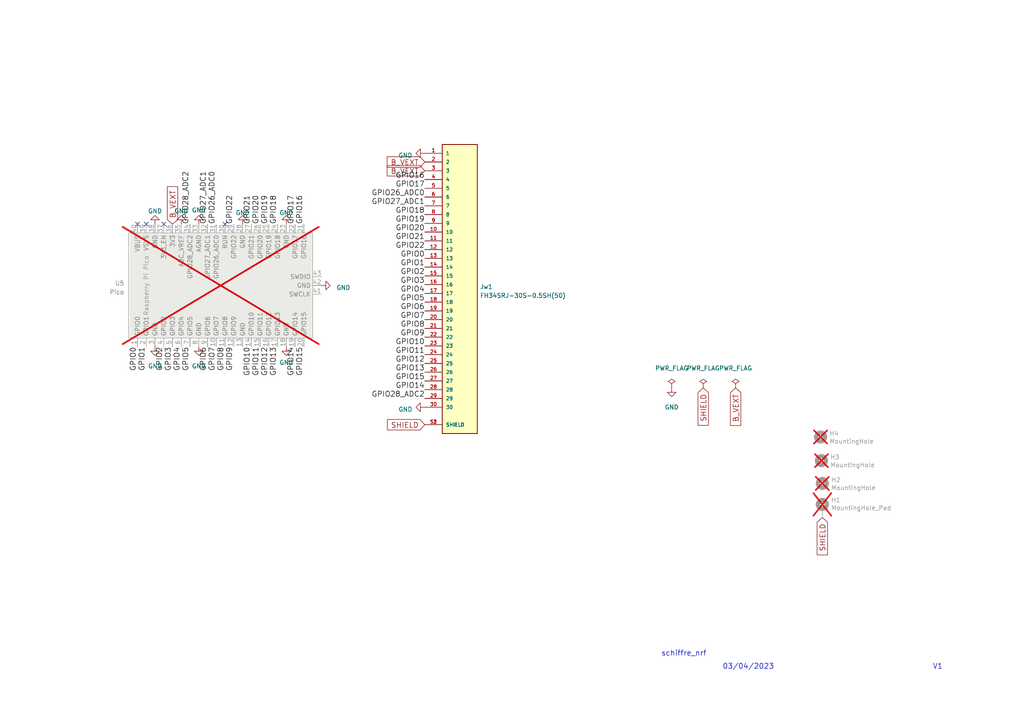
<source format=kicad_sch>
(kicad_sch (version 20230121) (generator eeschema)
  (paper "A4")
  (lib_symbols
    (symbol "FH34SRJ-30S-05:FH34SRJ-30S-0.5SH(50)" (pin_names (offset 1.016))
      (property "Reference" "J" (at -5.08 41.91 0))
      (property "Value" "FH34SRJ-30S-0.5SH(50)" (at -5.08 -45.72 0))
      (symbol "FH34SRJ-30S-0.5SH(50)_0_0"
        (rectangle (start -5.08 -43.18) (end 5.08 40.64) (stroke (width 0.254)) (fill (type background)))
        (pin passive line (at -10.16 38.1 0) (length 5.08) (name "1") (number "1"))
        (pin passive line (at -10.16 15.24 0) (length 5.08) (name "10") (number "10"))
        (pin passive line (at -10.16 12.7 0) (length 5.08) (name "11") (number "11"))
        (pin passive line (at -10.16 10.16 0) (length 5.08) (name "12") (number "12"))
        (pin passive line (at -10.16 7.62 0) (length 5.08) (name "13") (number "13"))
        (pin passive line (at -10.16 5.08 0) (length 5.08) (name "14") (number "14"))
        (pin passive line (at -10.16 2.54 0) (length 5.08) (name "15") (number "15"))
        (pin passive line (at -10.16 0 0) (length 5.08) (name "16") (number "16"))
        (pin passive line (at -10.16 -2.54 0) (length 5.08) (name "17") (number "17"))
        (pin passive line (at -10.16 -5.08 0) (length 5.08) (name "18") (number "18"))
        (pin passive line (at -10.16 -7.62 0) (length 5.08) (name "19") (number "19"))
        (pin passive line (at -10.16 35.56 0) (length 5.08) (name "2") (number "2"))
        (pin passive line (at -10.16 -10.16 0) (length 5.08) (name "20") (number "20"))
        (pin passive line (at -10.16 -12.7 0) (length 5.08) (name "21") (number "21"))
        (pin passive line (at -10.16 -15.24 0) (length 5.08) (name "22") (number "22"))
        (pin passive line (at -10.16 -17.78 0) (length 5.08) (name "23") (number "23"))
        (pin passive line (at -10.16 -20.32 0) (length 5.08) (name "24") (number "24"))
        (pin passive line (at -10.16 -22.86 0) (length 5.08) (name "25") (number "25"))
        (pin passive line (at -10.16 -25.4 0) (length 5.08) (name "26") (number "26"))
        (pin passive line (at -10.16 -27.94 0) (length 5.08) (name "27") (number "27"))
        (pin passive line (at -10.16 -30.48 0) (length 5.08) (name "28") (number "28"))
        (pin passive line (at -10.16 -33.02 0) (length 5.08) (name "29") (number "29"))
        (pin passive line (at -10.16 33.02 0) (length 5.08) (name "3") (number "3"))
        (pin passive line (at -10.16 -35.56 0) (length 5.08) (name "30") (number "30"))
        (pin passive line (at -10.16 30.48 0) (length 5.08) (name "4") (number "4"))
        (pin passive line (at -10.16 27.94 0) (length 5.08) (name "5") (number "5"))
        (pin passive line (at -10.16 25.4 0) (length 5.08) (name "6") (number "6"))
        (pin passive line (at -10.16 22.86 0) (length 5.08) (name "7") (number "7"))
        (pin passive line (at -10.16 20.32 0) (length 5.08) (name "8") (number "8"))
        (pin passive line (at -10.16 17.78 0) (length 5.08) (name "9") (number "9"))
        (pin passive line (at -10.16 -40.64 0) (length 5.08) (name "SHIELD") (number "S1"))
        (pin passive line (at -10.16 -40.64 0) (length 5.08) (name "SHIELD") (number "S2"))
      )
    )
    (symbol "MCU_RaspberryPi_and_Boards:Pico"
      (property "Reference" "U" (at -13.97 27.94 0))
      (property "Value" "Pico" (at 0 19.05 0))
      (symbol "Pico_0_0"
        (text "Raspberry Pi Pico" (at 0 21.59 0) (effects (font (size 1.27 1.27))))
      )
      (symbol "Pico_0_1"
        (rectangle (start -15.24 26.67) (end 15.24 -26.67) (fill (type background)))
      )
      (symbol "Pico_1_1"
        (pin bidirectional line (at -17.78 24.13 0) (length 2.54) (name "GPIO0") (number "1"))
        (pin bidirectional line (at -17.78 1.27 0) (length 2.54) (name "GPIO7") (number "10"))
        (pin bidirectional line (at -17.78 -1.27 0) (length 2.54) (name "GPIO8") (number "11"))
        (pin bidirectional line (at -17.78 -3.81 0) (length 2.54) (name "GPIO9") (number "12"))
        (pin power_in line (at -17.78 -6.35 0) (length 2.54) (name "GND") (number "13"))
        (pin bidirectional line (at -17.78 -8.89 0) (length 2.54) (name "GPIO10") (number "14"))
        (pin bidirectional line (at -17.78 -11.43 0) (length 2.54) (name "GPIO11") (number "15"))
        (pin bidirectional line (at -17.78 -13.97 0) (length 2.54) (name "GPIO12") (number "16"))
        (pin bidirectional line (at -17.78 -16.51 0) (length 2.54) (name "GPIO13") (number "17"))
        (pin power_in line (at -17.78 -19.05 0) (length 2.54) (name "GND") (number "18"))
        (pin bidirectional line (at -17.78 -21.59 0) (length 2.54) (name "GPIO14") (number "19"))
        (pin bidirectional line (at -17.78 21.59 0) (length 2.54) (name "GPIO1") (number "2"))
        (pin bidirectional line (at -17.78 -24.13 0) (length 2.54) (name "GPIO15") (number "20"))
        (pin bidirectional line (at 17.78 -24.13 180) (length 2.54) (name "GPIO16") (number "21"))
        (pin bidirectional line (at 17.78 -21.59 180) (length 2.54) (name "GPIO17") (number "22"))
        (pin power_in line (at 17.78 -19.05 180) (length 2.54) (name "GND") (number "23"))
        (pin bidirectional line (at 17.78 -16.51 180) (length 2.54) (name "GPIO18") (number "24"))
        (pin bidirectional line (at 17.78 -13.97 180) (length 2.54) (name "GPIO19") (number "25"))
        (pin bidirectional line (at 17.78 -11.43 180) (length 2.54) (name "GPIO20") (number "26"))
        (pin bidirectional line (at 17.78 -8.89 180) (length 2.54) (name "GPIO21") (number "27"))
        (pin power_in line (at 17.78 -6.35 180) (length 2.54) (name "GND") (number "28"))
        (pin bidirectional line (at 17.78 -3.81 180) (length 2.54) (name "GPIO22") (number "29"))
        (pin power_in line (at -17.78 19.05 0) (length 2.54) (name "GND") (number "3"))
        (pin input line (at 17.78 -1.27 180) (length 2.54) (name "RUN") (number "30"))
        (pin bidirectional line (at 17.78 1.27 180) (length 2.54) (name "GPIO26_ADC0") (number "31"))
        (pin bidirectional line (at 17.78 3.81 180) (length 2.54) (name "GPIO27_ADC1") (number "32"))
        (pin power_in line (at 17.78 6.35 180) (length 2.54) (name "AGND") (number "33"))
        (pin bidirectional line (at 17.78 8.89 180) (length 2.54) (name "GPIO28_ADC2") (number "34"))
        (pin power_in line (at 17.78 11.43 180) (length 2.54) (name "ADC_VREF") (number "35"))
        (pin power_in line (at 17.78 13.97 180) (length 2.54) (name "3V3") (number "36"))
        (pin input line (at 17.78 16.51 180) (length 2.54) (name "3V3_EN") (number "37"))
        (pin bidirectional line (at 17.78 19.05 180) (length 2.54) (name "GND") (number "38"))
        (pin power_in line (at 17.78 21.59 180) (length 2.54) (name "VSYS") (number "39"))
        (pin bidirectional line (at -17.78 16.51 0) (length 2.54) (name "GPIO2") (number "4"))
        (pin power_in line (at 17.78 24.13 180) (length 2.54) (name "VBUS") (number "40"))
        (pin input line (at -2.54 -29.21 90) (length 2.54) (name "SWCLK") (number "41"))
        (pin power_in line (at 0 -29.21 90) (length 2.54) (name "GND") (number "42"))
        (pin bidirectional line (at 2.54 -29.21 90) (length 2.54) (name "SWDIO") (number "43"))
        (pin bidirectional line (at -17.78 13.97 0) (length 2.54) (name "GPIO3") (number "5"))
        (pin bidirectional line (at -17.78 11.43 0) (length 2.54) (name "GPIO4") (number "6"))
        (pin bidirectional line (at -17.78 8.89 0) (length 2.54) (name "GPIO5") (number "7"))
        (pin power_in line (at -17.78 6.35 0) (length 2.54) (name "GND") (number "8"))
        (pin bidirectional line (at -17.78 3.81 0) (length 2.54) (name "GPIO6") (number "9"))
      )
    )
    (symbol "Mechanical:MountingHole" (pin_names (offset 1.016))
      (property "Reference" "H" (at 0 5.08 0))
      (property "Value" "MountingHole" (at 0 3.175 0))
      (symbol "MountingHole_0_1"
        (circle (center 0 0) (radius 1.27) (stroke (width 1.27)))
      )
    )
    (symbol "Mechanical:MountingHole_Pad" (pin_numbers hide) (pin_names (offset 1.016) hide)
      (property "Reference" "H" (at 0 6.35 0))
      (property "Value" "MountingHole_Pad" (at 0 4.445 0))
      (symbol "MountingHole_Pad_0_1"
        (circle (center 0 1.27) (radius 1.27) (stroke (width 1.27)))
      )
      (symbol "MountingHole_Pad_1_1"
        (pin input line (at 0 -2.54 90) (length 2.54) (name "1") (number "1"))
      )
    )
    (symbol "power:GND" (power) (pin_names (offset 0))
      (property "Value" "GND" (at 0 -3.81 0))
      (symbol "GND_0_1"
        (polyline (pts (xy 0 0) (xy 0 -1.27) (xy 1.27 -1.27) (xy 0 -2.54) (xy -1.27 -1.27) (xy 0 -1.27)))
      )
      (symbol "GND_1_1"
        (pin power_in line (at 0 0 270) (length 0) hide (name "GND") (number "1"))
      )
    )
    (symbol "power:PWR_FLAG" (power) (pin_numbers hide) (pin_names (offset 0) hide)
      (property "Value" "PWR_FLAG" (at 0 3.81 0))
      (symbol "PWR_FLAG_0_0"
        (pin power_out line (at 0 0 90) (length 0) (name "pwr") (number "1"))
      )
      (symbol "PWR_FLAG_0_1"
        (polyline (pts (xy 0 0) (xy 0 1.27) (xy -1.016 1.905) (xy 0 2.54) (xy 1.016 1.905) (xy 0 1.27)))
      )
    )
  )
  (no_connect (at 42.418 65.024))
  (no_connect (at 65.278 65.024))
  (no_connect (at 47.498 65.024))
  (no_connect (at 39.878 65.024))
  (text "03/04/2023" (at 209.55 194.31 0) (effects (font (size 1.524 1.524)) (justify left bottom)))
  (text "V1" (at 270.51 194.31 0) (effects (font (size 1.524 1.524)) (justify left bottom)))
  (text "schiffre_nrf" (at 191.77 190.5 0) (effects (font (size 1.524 1.524)) (justify left bottom)))
  (label "GPIO27_ADC1" (at 60.198 65.024 90) (effects (font (size 1.524 1.524))))
  (label "GPIO17" (at 85.598 65.024 90) (effects (font (size 1.524 1.524))))
  (label "GPIO18" (at 80.518 65.024 90) (effects (font (size 1.524 1.524))))
  (label "GPIO13" (at 80.518 100.584 270) (effects (font (size 1.524 1.524))))
  (label "GPIO21" (at 123.19 69.85 180) (effects (font (size 1.524 1.524))))
  (label "GPIO22" (at 67.818 65.024 90) (effects (font (size 1.524 1.524))))
  (label "GPIO12" (at 123.19 105.41 180) (effects (font (size 1.524 1.524))))
  (label "GPIO16" (at 123.19 52.07 180) (effects (font (size 1.524 1.524))))
  (label "GPIO2" (at 123.19 80.01 180) (effects (font (size 1.524 1.524))))
  (label "GPIO4" (at 123.19 85.09 180) (effects (font (size 1.524 1.524))))
  (label "GPIO14" (at 85.598 100.584 270) (effects (font (size 1.524 1.524))))
  (label "GPIO15" (at 123.19 110.49 180) (effects (font (size 1.524 1.524))))
  (label "GPIO1" (at 123.19 77.47 180) (effects (font (size 1.524 1.524))))
  (label "GPIO7" (at 123.19 92.71 180) (effects (font (size 1.524 1.524))))
  (label "GPIO16" (at 88.138 65.024 90) (effects (font (size 1.524 1.524))))
  (label "GPIO6" (at 123.19 90.17 180) (effects (font (size 1.524 1.524))))
  (label "GPIO19" (at 77.978 65.024 90) (effects (font (size 1.524 1.524))))
  (label "GPIO28_ADC2" (at 123.19 115.57 180) (effects (font (size 1.524 1.524))))
  (label "GPIO9" (at 67.818 100.584 270) (effects (font (size 1.524 1.524))))
  (label "GPIO8" (at 123.19 95.25 180) (effects (font (size 1.524 1.524))))
  (label "GPIO22" (at 123.19 72.39 180) (effects (font (size 1.524 1.524))))
  (label "GPIO11" (at 75.438 100.584 270) (effects (font (size 1.524 1.524))))
  (label "GPIO9" (at 123.19 97.79 180) (effects (font (size 1.524 1.524))))
  (label "GPIO0" (at 39.878 100.584 270) (effects (font (size 1.524 1.524))))
  (label "GPIO10" (at 123.19 100.33 180) (effects (font (size 1.524 1.524))))
  (label "GPIO13" (at 123.19 107.95 180) (effects (font (size 1.524 1.524))))
  (label "GPIO8" (at 65.278 100.584 270) (effects (font (size 1.524 1.524))))
  (label "GPIO10" (at 72.898 100.584 270) (effects (font (size 1.524 1.524))))
  (label "GPIO11" (at 123.19 102.87 180) (effects (font (size 1.524 1.524))))
  (label "GPIO2" (at 47.498 100.584 270) (effects (font (size 1.524 1.524))))
  (label "GPIO27_ADC1" (at 123.19 59.69 180) (effects (font (size 1.524 1.524))))
  (label "GPIO20" (at 75.438 65.024 90) (effects (font (size 1.524 1.524))))
  (label "GPIO1" (at 42.418 100.584 270) (effects (font (size 1.524 1.524))))
  (label "GPIO14" (at 123.19 113.03 180) (effects (font (size 1.524 1.524))))
  (label "GPIO5" (at 55.118 100.584 270) (effects (font (size 1.524 1.524))))
  (label "GPIO28_ADC2" (at 55.118 65.024 90) (effects (font (size 1.524 1.524))))
  (label "GPIO12" (at 77.978 100.584 270) (effects (font (size 1.524 1.524))))
  (label "GPIO15" (at 88.138 100.584 270) (effects (font (size 1.524 1.524))))
  (label "GPIO17" (at 123.19 54.61 180) (effects (font (size 1.524 1.524))))
  (label "GPIO20" (at 123.19 67.31 180) (effects (font (size 1.524 1.524))))
  (label "GPIO5" (at 123.19 87.63 180) (effects (font (size 1.524 1.524))))
  (label "GPIO18" (at 123.19 62.23 180) (effects (font (size 1.524 1.524))))
  (label "GPIO6" (at 60.198 100.584 270) (effects (font (size 1.524 1.524))))
  (label "GPIO26_ADC0" (at 62.738 65.024 90) (effects (font (size 1.524 1.524))))
  (label "GPIO26_ADC0" (at 123.19 57.15 180) (effects (font (size 1.524 1.524))))
  (label "GPIO21" (at 72.898 65.024 90) (effects (font (size 1.524 1.524))))
  (label "GPIO19" (at 123.19 64.77 180) (effects (font (size 1.524 1.524))))
  (label "GPIO7" (at 62.738 100.584 270) (effects (font (size 1.524 1.524))))
  (label "GPIO0" (at 123.19 74.93 180) (effects (font (size 1.524 1.524))))
  (label "GPIO3" (at 123.19 82.55 180) (effects (font (size 1.524 1.524))))
  (label "GPIO4" (at 52.578 100.584 270) (effects (font (size 1.524 1.524))))
  (label "GPIO3" (at 50.038 100.584 270) (effects (font (size 1.524 1.524))))
  (global_label "B_VEXT" (shape input) (at 213.36 112.522 270) (effects (font (size 1.524 1.524))) (property "Intersheetrefs" "${INTERSHEET_REFS}" (effects hide)))
  (global_label "SHIELD" (shape input) (at 238.506 150.114 270) (effects (font (size 1.524 1.524))) (property "Intersheetrefs" "${INTERSHEET_REFS}" (effects hide)))
  (global_label "SHIELD" (shape input) (at 203.962 112.522 270) (effects (font (size 1.524 1.524))) (property "Intersheetrefs" "${INTERSHEET_REFS}" (effects hide)))
  (global_label "B_VEXT" (shape input) (at 123.19 46.99 180) (effects (font (size 1.524 1.524))) (property "Intersheetrefs" "${INTERSHEET_REFS}" (effects hide)))
  (global_label "B_VEXT" (shape input) (at 50.038 65.024 90) (effects (font (size 1.524 1.524))) (property "Intersheetrefs" "${INTERSHEET_REFS}" (effects hide)))
  (global_label "SHIELD" (shape input) (at 123.19 123.19 180) (effects (font (size 1.524 1.524))) (property "Intersheetrefs" "${INTERSHEET_REFS}" (effects hide)))
  (global_label "B_VEXT" (shape input) (at 123.19 49.53 180) (effects (font (size 1.524 1.524))) (property "Intersheetrefs" "${INTERSHEET_REFS}" (effects hide)))
  (symbol (lib_id "power:GND") (at 123.19 44.45 270) (unit 1)
    (property "Reference" "#PWR09" (effects hide))
    (property "Value" "GND" (at 119.634 45.085 90) (effects (justify right)))
  )
  (symbol (lib_id "power:GND") (at 57.658 65.024 180) (unit 1)
    (property "Reference" "#PWR07" (effects hide))
    (property "Value" "GND" (at 57.658 60.96 0))
  )
  (symbol (lib_id "FH34SRJ-30S-05:FH34SRJ-30S-0.5SH(50)") (at 133.35 82.55 0) (unit 1)
    (property "Reference" "Jw1" (at 139.192 83.185 0) (effects (justify left)))
    (property "Value" "FH34SRJ-30S-0.5SH(50)" (at 139.192 85.725 0) (effects (justify left)))
    (property "Footprint" "HRS_FH34SRJ-30S-0.5SH(50)" (effects hide))
    (property "MANUFACTURER" "Hirose Electric" (effects hide))
    (property "STANDARD" "Manufacturer recommendations" (effects hide))
    (property "PARTREV" "1" (effects hide))
    (property "MAXIMUM_PACKAGE_HEIGHT" "1.1mm" (effects hide))
    (property "JLCPART" "C324727" (effects hide))
    (property "MPN" "C324727" (effects hide))
  )
  (symbol (lib_id "power:GND") (at 93.218 82.804 90) (unit 1)
    (property "Reference" "#PWR011" (effects hide))
    (property "Value" "GND" (at 97.536 83.439 90) (effects (justify right)))
  )
  (symbol (lib_id "power:GND") (at 83.058 100.584 0) (unit 1)
    (property "Reference" "#PWR01" (effects hide))
    (property "Value" "GND" (at 83.058 105.156 0))
  )
  (symbol (lib_id "MCU_RaspberryPi_and_Boards:Pico") (at 64.008 82.804 90) (unit 1) (in_bom no) (dnp yes)
    (property "Reference" "U5" (at 36.068 82.169 90) (effects (justify left)))
    (property "Value" "Pico" (at 36.068 84.709 90) (effects (justify left)))
    (property "Footprint" "RPi_Pico:RPi_Pico_SMD_TH" (effects hide))
  )
  (symbol (lib_id "power:GND") (at 44.958 65.024 180) (unit 1)
    (property "Reference" "#PWR06" (effects hide))
    (property "Value" "GND" (at 44.958 61.214 0))
  )
  (symbol (lib_id "power:GND") (at 57.658 100.584 0) (unit 1)
    (property "Reference" "#PWR02" (effects hide))
    (property "Value" "GND" (at 57.658 106.172 0))
  )
  (symbol (lib_id "power:GND") (at 123.19 118.11 270) (unit 1)
    (property "Reference" "#PWR010" (effects hide))
    (property "Value" "GND" (at 119.634 118.745 90) (effects (justify right)))
  )
  (symbol (lib_id "Mechanical:MountingHole") (at 238.506 140.208 0) (unit 1) (in_bom no) (dnp yes)
    (property "Reference" "H2" (at 241.046 139.192 0) (effects (justify left)))
    (property "Value" "MountingHole" (at 241.046 141.478 0) (effects (justify left)))
    (property "Footprint" "MountingHole:MountingHole_2.2mm_M2_DIN965" (effects hide))
  )
  (symbol (lib_id "power:PWR_FLAG") (at 194.818 112.522 0) (unit 1)
    (property "Reference" "#FLG0103" (effects hide))
    (property "Value" "PWR_FLAG" (at 194.818 106.807 0))
  )
  (symbol (lib_id "Mechanical:MountingHole_Pad") (at 238.506 147.574 0) (unit 1) (in_bom no) (dnp yes)
    (property "Reference" "H1" (at 241.046 145.0339 0) (effects (justify left)))
    (property "Value" "MountingHole_Pad" (at 241.046 147.32 0) (effects (justify left)))
    (property "Footprint" "MountingHole:MountingHole_2.2mm_M2_DIN965_Pad_TopBottom" (effects hide))
  )
  (symbol (lib_id "power:GND") (at 194.818 112.522 0) (unit 1)
    (property "Reference" "#PWR018" (effects hide))
    (property "Value" "GND" (at 194.818 118.11 0))
  )
  (symbol (lib_id "power:PWR_FLAG") (at 213.36 112.522 0) (unit 1)
    (property "Reference" "#FLG0104" (effects hide))
    (property "Value" "PWR_FLAG" (at 213.36 106.807 0))
  )
  (symbol (lib_id "power:GND") (at 83.058 65.024 180) (unit 1)
    (property "Reference" "#PWR04" (effects hide))
    (property "Value" "GND" (at 83.058 61.722 0))
  )
  (symbol (lib_id "power:GND") (at 52.578 65.024 180) (unit 1)
    (property "Reference" "#PWR08" (effects hide))
    (property "Value" "GND" (at 52.578 61.214 0))
  )
  (symbol (lib_id "Mechanical:MountingHole") (at 238.252 133.604 0) (unit 1) (in_bom no) (dnp yes)
    (property "Reference" "H3" (at 240.792 132.588 0) (effects (justify left)))
    (property "Value" "MountingHole" (at 240.792 134.874 0) (effects (justify left)))
    (property "Footprint" "MountingHole:MountingHole_2.2mm_M2_DIN965" (effects hide))
  )
  (symbol (lib_id "power:GND") (at 70.358 65.024 180) (unit 1)
    (property "Reference" "#PWR05" (effects hide))
    (property "Value" "GND" (at 70.358 61.722 0))
  )
  (symbol (lib_id "power:PWR_FLAG") (at 203.962 112.522 0) (unit 1)
    (property "Reference" "#FLG02" (effects hide))
    (property "Value" "PWR_FLAG" (at 203.962 106.807 0))
  )
  (symbol (lib_id "power:GND") (at 44.958 100.584 0) (unit 1)
    (property "Reference" "#PWR03" (effects hide))
    (property "Value" "GND" (at 44.958 106.172 0))
  )
  (symbol (lib_id "Mechanical:MountingHole") (at 237.998 126.746 0) (unit 1) (in_bom no) (dnp yes)
    (property "Reference" "H4" (at 240.538 125.73 0) (effects (justify left)))
    (property "Value" "MountingHole" (at 240.538 128.016 0) (effects (justify left)))
    (property "Footprint" "MountingHole:MountingHole_2.2mm_M2_DIN965" (effects hide))
  )
)
</source>
